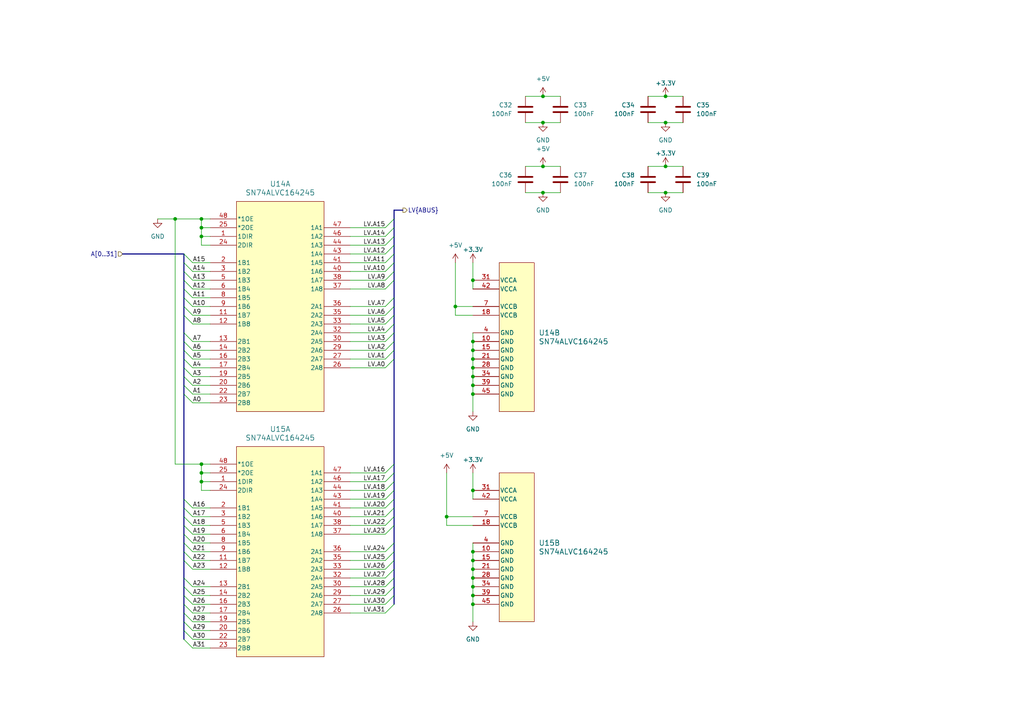
<source format=kicad_sch>
(kicad_sch (version 20230121) (generator eeschema)
  (paper "A4")
  (lib_symbols
    (symbol "68040:SN74ALVC164245" (pin_names (offset 0.254))
      (property "Reference" "U" (at 0 35.56 0))
      (property "Value" "SN74ALVC164245" (at 0 33.02 0))
      (symbol "SN74ALVC164245_1_1"
        (rectangle (start -12.7 30.48) (end 12.7 -30.48) (fill (type background)))
        (pin input line (at -20.32 20.32 0) (length 7.62) (name "1DIR") (number "1"))
        (pin bidirectional line (at -20.32 -2.54 0) (length 7.62) (name "1B7") (number "11"))
        (pin bidirectional line (at -20.32 -5.08 0) (length 7.62) (name "1B8") (number "12"))
        (pin bidirectional line (at -20.32 -10.16 0) (length 7.62) (name "2B1") (number "13"))
        (pin bidirectional line (at -20.32 -12.7 0) (length 7.62) (name "2B2") (number "14"))
        (pin bidirectional line (at -20.32 -15.24 0) (length 7.62) (name "2B3") (number "16"))
        (pin bidirectional line (at -20.32 -17.78 0) (length 7.62) (name "2B4") (number "17"))
        (pin bidirectional line (at -20.32 -20.32 0) (length 7.62) (name "2B5") (number "19"))
        (pin bidirectional line (at -20.32 12.7 0) (length 7.62) (name "1B1") (number "2"))
        (pin bidirectional line (at -20.32 -22.86 0) (length 7.62) (name "2B6") (number "20"))
        (pin bidirectional line (at -20.32 -25.4 0) (length 7.62) (name "2B7") (number "22"))
        (pin bidirectional line (at -20.32 -27.94 0) (length 7.62) (name "2B8") (number "23"))
        (pin input line (at -20.32 17.78 0) (length 7.62) (name "2DIR") (number "24"))
        (pin input line (at -20.32 22.86 0) (length 7.62) (name "*2OE") (number "25"))
        (pin bidirectional line (at 20.32 -17.78 180) (length 7.62) (name "2A8") (number "26"))
        (pin bidirectional line (at 20.32 -15.24 180) (length 7.62) (name "2A7") (number "27"))
        (pin bidirectional line (at 20.32 -12.7 180) (length 7.62) (name "2A6") (number "29"))
        (pin bidirectional line (at -20.32 10.16 0) (length 7.62) (name "1B2") (number "3"))
        (pin bidirectional line (at 20.32 -10.16 180) (length 7.62) (name "2A5") (number "30"))
        (pin bidirectional line (at 20.32 -7.62 180) (length 7.62) (name "2A4") (number "32"))
        (pin bidirectional line (at 20.32 -5.08 180) (length 7.62) (name "2A3") (number "33"))
        (pin bidirectional line (at 20.32 -2.54 180) (length 7.62) (name "2A2") (number "35"))
        (pin bidirectional line (at 20.32 0 180) (length 7.62) (name "2A1") (number "36"))
        (pin bidirectional line (at 20.32 5.08 180) (length 7.62) (name "1A8") (number "37"))
        (pin bidirectional line (at 20.32 7.62 180) (length 7.62) (name "1A7") (number "38"))
        (pin bidirectional line (at 20.32 10.16 180) (length 7.62) (name "1A6") (number "40"))
        (pin bidirectional line (at 20.32 12.7 180) (length 7.62) (name "1A5") (number "41"))
        (pin bidirectional line (at 20.32 15.24 180) (length 7.62) (name "1A4") (number "43"))
        (pin bidirectional line (at 20.32 17.78 180) (length 7.62) (name "1A3") (number "44"))
        (pin bidirectional line (at 20.32 20.32 180) (length 7.62) (name "1A2") (number "46"))
        (pin bidirectional line (at 20.32 22.86 180) (length 7.62) (name "1A1") (number "47"))
        (pin input line (at -20.32 25.4 0) (length 7.62) (name "*1OE") (number "48"))
        (pin bidirectional line (at -20.32 7.62 0) (length 7.62) (name "1B3") (number "5"))
        (pin bidirectional line (at -20.32 5.08 0) (length 7.62) (name "1B4") (number "6"))
        (pin bidirectional line (at -20.32 2.54 0) (length 7.62) (name "1B5") (number "8"))
        (pin bidirectional line (at -20.32 0 0) (length 7.62) (name "1B6") (number "9"))
      )
      (symbol "SN74ALVC164245_2_1"
        (rectangle (start 7.62 5.08) (end 17.78 -38.1) (fill (type background)))
        (pin power_in line (at 0 -17.78 0) (length 7.62) (name "GND") (number "10"))
        (pin power_in line (at 0 -20.32 0) (length 7.62) (name "GND") (number "15"))
        (pin power_in line (at 0 -10.16 0) (length 7.62) (name "VCCB") (number "18"))
        (pin power_in line (at 0 -22.86 0) (length 7.62) (name "GND") (number "21"))
        (pin power_in line (at 0 -25.4 0) (length 7.62) (name "GND") (number "28"))
        (pin power_in line (at 0 0 0) (length 7.62) (name "VCCA") (number "31"))
        (pin power_in line (at 0 -27.94 0) (length 7.62) (name "GND") (number "34"))
        (pin power_in line (at 0 -30.48 0) (length 7.62) (name "GND") (number "39"))
        (pin power_in line (at 0 -15.24 0) (length 7.62) (name "GND") (number "4"))
        (pin power_in line (at 0 -2.54 0) (length 7.62) (name "VCCA") (number "42"))
        (pin power_in line (at 0 -33.02 0) (length 7.62) (name "GND") (number "45"))
        (pin power_in line (at 0 -7.62 0) (length 7.62) (name "VCCB") (number "7"))
      )
    )
    (symbol "Device:C" (pin_numbers hide) (pin_names (offset 0.254))
      (property "Reference" "C" (at 0.635 2.54 0))
      (property "Value" "C" (at 0.635 -2.54 0))
      (symbol "C_0_1"
        (polyline (pts (xy -2.032 -0.762) (xy 2.032 -0.762)) (stroke (width 0.508)))
        (polyline (pts (xy -2.032 0.762) (xy 2.032 0.762)) (stroke (width 0.508)))
      )
      (symbol "C_1_1"
        (pin passive line (at 0 3.81 270) (length 2.794) (name "~") (number "1"))
        (pin passive line (at 0 -3.81 90) (length 2.794) (name "~") (number "2"))
      )
    )
    (symbol "power:+3.3V" (power) (pin_names (offset 0))
      (property "Value" "+3.3V" (at 0 3.556 0))
      (symbol "+3.3V_0_1"
        (polyline (pts (xy -0.762 1.27) (xy 0 2.54)))
        (polyline (pts (xy 0 0) (xy 0 2.54)))
        (polyline (pts (xy 0 2.54) (xy 0.762 1.27)))
      )
      (symbol "+3.3V_1_1"
        (pin power_in line (at 0 0 90) (length 0) hide (name "+3.3V") (number "1"))
      )
    )
    (symbol "power:+5V" (power) (pin_names (offset 0))
      (property "Value" "+5V" (at 0 3.556 0))
      (symbol "+5V_0_1"
        (polyline (pts (xy -0.762 1.27) (xy 0 2.54)))
        (polyline (pts (xy 0 0) (xy 0 2.54)))
        (polyline (pts (xy 0 2.54) (xy 0.762 1.27)))
      )
      (symbol "+5V_1_1"
        (pin power_in line (at 0 0 90) (length 0) hide (name "+5V") (number "1"))
      )
    )
    (symbol "power:GND" (power) (pin_names (offset 0))
      (property "Value" "GND" (at 0 -3.81 0))
      (symbol "GND_0_1"
        (polyline (pts (xy 0 0) (xy 0 -1.27) (xy 1.27 -1.27) (xy 0 -2.54) (xy -1.27 -1.27) (xy 0 -1.27)))
      )
      (symbol "GND_1_1"
        (pin power_in line (at 0 0 270) (length 0) hide (name "GND") (number "1"))
      )
    )
  )
  (junction (at 157.48 35.56))
  (junction (at 137.16 114.3))
  (junction (at 50.8 63.5))
  (junction (at 137.16 142.24))
  (junction (at 137.16 165.1))
  (junction (at 193.04 35.56))
  (junction (at 137.16 175.26))
  (junction (at 137.16 160.02))
  (junction (at 137.16 101.6))
  (junction (at 58.42 63.5))
  (junction (at 137.16 111.76))
  (junction (at 137.16 162.56))
  (junction (at 129.54 149.86))
  (junction (at 132.08 88.9))
  (junction (at 193.04 55.88))
  (junction (at 137.16 167.64))
  (junction (at 193.04 48.26))
  (junction (at 137.16 106.68))
  (junction (at 137.16 99.06))
  (junction (at 58.42 139.7))
  (junction (at 58.42 137.16))
  (junction (at 58.42 134.62))
  (junction (at 157.48 48.26))
  (junction (at 157.48 55.88))
  (junction (at 137.16 170.18))
  (junction (at 58.42 66.04))
  (junction (at 58.42 68.58))
  (junction (at 157.48 27.94))
  (junction (at 137.16 104.14))
  (junction (at 137.16 109.22))
  (junction (at 193.04 27.94))
  (junction (at 137.16 172.72))
  (junction (at 137.16 81.28))
  (bus_entry (at 111.76 137.16) (size 2.54 -2.54))
  (bus_entry (at 111.76 142.24) (size 2.54 -2.54))
  (bus_entry (at 111.76 160.02) (size 2.54 -2.54))
  (bus_entry (at 111.76 106.68) (size 2.54 -2.54))
  (bus_entry (at 111.76 175.26) (size 2.54 -2.54))
  (bus_entry (at 111.76 83.82) (size 2.54 -2.54))
  (bus_entry (at 53.34 99.06) (size 2.54 2.54))
  (bus_entry (at 53.34 81.28) (size 2.54 2.54))
  (bus_entry (at 111.76 149.86) (size 2.54 -2.54))
  (bus_entry (at 111.76 172.72) (size 2.54 -2.54))
  (bus_entry (at 53.34 185.42) (size 2.54 2.54))
  (bus_entry (at 111.76 101.6) (size 2.54 -2.54))
  (bus_entry (at 53.34 167.64) (size 2.54 2.54))
  (bus_entry (at 111.76 78.74) (size 2.54 -2.54))
  (bus_entry (at 111.76 81.28) (size 2.54 -2.54))
  (bus_entry (at 53.34 76.2) (size 2.54 2.54))
  (bus_entry (at 53.34 172.72) (size 2.54 2.54))
  (bus_entry (at 53.34 96.52) (size 2.54 2.54))
  (bus_entry (at 53.34 86.36) (size 2.54 2.54))
  (bus_entry (at 53.34 160.02) (size 2.54 2.54))
  (bus_entry (at 111.76 68.58) (size 2.54 -2.54))
  (bus_entry (at 111.76 88.9) (size 2.54 -2.54))
  (bus_entry (at 111.76 165.1) (size 2.54 -2.54))
  (bus_entry (at 53.34 170.18) (size 2.54 2.54))
  (bus_entry (at 53.34 154.94) (size 2.54 2.54))
  (bus_entry (at 111.76 144.78) (size 2.54 -2.54))
  (bus_entry (at 111.76 147.32) (size 2.54 -2.54))
  (bus_entry (at 53.34 91.44) (size 2.54 2.54))
  (bus_entry (at 111.76 177.8) (size 2.54 -2.54))
  (bus_entry (at 111.76 104.14) (size 2.54 -2.54))
  (bus_entry (at 53.34 182.88) (size 2.54 2.54))
  (bus_entry (at 53.34 78.74) (size 2.54 2.54))
  (bus_entry (at 111.76 76.2) (size 2.54 -2.54))
  (bus_entry (at 111.76 66.04) (size 2.54 -2.54))
  (bus_entry (at 53.34 83.82) (size 2.54 2.54))
  (bus_entry (at 53.34 144.78) (size 2.54 2.54))
  (bus_entry (at 111.76 167.64) (size 2.54 -2.54))
  (bus_entry (at 53.34 175.26) (size 2.54 2.54))
  (bus_entry (at 53.34 147.32) (size 2.54 2.54))
  (bus_entry (at 53.34 106.68) (size 2.54 2.54))
  (bus_entry (at 111.76 170.18) (size 2.54 -2.54))
  (bus_entry (at 111.76 139.7) (size 2.54 -2.54))
  (bus_entry (at 53.34 109.22) (size 2.54 2.54))
  (bus_entry (at 111.76 154.94) (size 2.54 -2.54))
  (bus_entry (at 53.34 104.14) (size 2.54 2.54))
  (bus_entry (at 53.34 149.86) (size 2.54 2.54))
  (bus_entry (at 53.34 114.3) (size 2.54 2.54))
  (bus_entry (at 53.34 157.48) (size 2.54 2.54))
  (bus_entry (at 111.76 99.06) (size 2.54 -2.54))
  (bus_entry (at 53.34 73.66) (size 2.54 2.54))
  (bus_entry (at 53.34 162.56) (size 2.54 2.54))
  (bus_entry (at 53.34 152.4) (size 2.54 2.54))
  (bus_entry (at 111.76 152.4) (size 2.54 -2.54))
  (bus_entry (at 53.34 88.9) (size 2.54 2.54))
  (bus_entry (at 111.76 96.52) (size 2.54 -2.54))
  (bus_entry (at 111.76 93.98) (size 2.54 -2.54))
  (bus_entry (at 111.76 73.66) (size 2.54 -2.54))
  (bus_entry (at 111.76 162.56) (size 2.54 -2.54))
  (bus_entry (at 53.34 180.34) (size 2.54 2.54))
  (bus_entry (at 53.34 101.6) (size 2.54 2.54))
  (bus_entry (at 111.76 91.44) (size 2.54 -2.54))
  (bus_entry (at 53.34 111.76) (size 2.54 2.54))
  (bus_entry (at 111.76 71.12) (size 2.54 -2.54))
  (bus_entry (at 53.34 177.8) (size 2.54 2.54))
  (wire (pts (xy 101.6 152.4) (xy 111.76 152.4)))
  (wire (pts (xy 152.4 35.56) (xy 157.48 35.56)))
  (bus (pts (xy 53.34 170.18) (xy 53.34 172.72)))
  (wire (pts (xy 101.6 81.28) (xy 111.76 81.28)))
  (bus (pts (xy 114.3 152.4) (xy 114.3 157.48)))
  (bus (pts (xy 53.34 78.74) (xy 53.34 81.28)))
  (bus (pts (xy 53.34 160.02) (xy 53.34 162.56)))
  (wire (pts (xy 58.42 68.58) (xy 60.96 68.58)))
  (bus (pts (xy 114.3 99.06) (xy 114.3 101.6)))
  (wire (pts (xy 101.6 137.16) (xy 111.76 137.16)))
  (wire (pts (xy 101.6 104.14) (xy 111.76 104.14)))
  (wire (pts (xy 55.88 154.94) (xy 60.96 154.94)))
  (bus (pts (xy 53.34 101.6) (xy 53.34 104.14)))
  (wire (pts (xy 101.6 93.98) (xy 111.76 93.98)))
  (wire (pts (xy 137.16 157.48) (xy 137.16 160.02)))
  (wire (pts (xy 55.88 182.88) (xy 60.96 182.88)))
  (bus (pts (xy 53.34 73.66) (xy 35.56 73.66)))
  (bus (pts (xy 53.34 152.4) (xy 53.34 154.94)))
  (wire (pts (xy 101.6 68.58) (xy 111.76 68.58)))
  (wire (pts (xy 101.6 91.44) (xy 111.76 91.44)))
  (wire (pts (xy 55.88 81.28) (xy 60.96 81.28)))
  (wire (pts (xy 137.16 109.22) (xy 137.16 111.76)))
  (wire (pts (xy 60.96 137.16) (xy 58.42 137.16)))
  (wire (pts (xy 137.16 170.18) (xy 137.16 172.72)))
  (wire (pts (xy 157.48 27.94) (xy 162.56 27.94)))
  (bus (pts (xy 53.34 157.48) (xy 53.34 160.02)))
  (bus (pts (xy 114.3 137.16) (xy 114.3 139.7)))
  (wire (pts (xy 55.88 78.74) (xy 60.96 78.74)))
  (wire (pts (xy 58.42 134.62) (xy 50.8 134.62)))
  (wire (pts (xy 187.96 35.56) (xy 193.04 35.56)))
  (wire (pts (xy 193.04 27.94) (xy 198.12 27.94)))
  (bus (pts (xy 53.34 149.86) (xy 53.34 152.4)))
  (bus (pts (xy 114.3 170.18) (xy 114.3 172.72)))
  (wire (pts (xy 60.96 134.62) (xy 58.42 134.62)))
  (bus (pts (xy 114.3 165.1) (xy 114.3 167.64)))
  (bus (pts (xy 114.3 162.56) (xy 114.3 165.1)))
  (wire (pts (xy 55.88 101.6) (xy 60.96 101.6)))
  (wire (pts (xy 45.72 63.5) (xy 50.8 63.5)))
  (bus (pts (xy 53.34 83.82) (xy 53.34 86.36)))
  (wire (pts (xy 157.48 55.88) (xy 162.56 55.88)))
  (wire (pts (xy 60.96 139.7) (xy 58.42 139.7)))
  (wire (pts (xy 129.54 137.16) (xy 129.54 149.86)))
  (bus (pts (xy 53.34 172.72) (xy 53.34 175.26)))
  (bus (pts (xy 114.3 172.72) (xy 114.3 175.26)))
  (bus (pts (xy 114.3 91.44) (xy 114.3 93.98)))
  (bus (pts (xy 114.3 144.78) (xy 114.3 147.32)))
  (wire (pts (xy 101.6 167.64) (xy 111.76 167.64)))
  (bus (pts (xy 53.34 91.44) (xy 53.34 96.52)))
  (wire (pts (xy 101.6 96.52) (xy 111.76 96.52)))
  (wire (pts (xy 55.88 114.3) (xy 60.96 114.3)))
  (bus (pts (xy 114.3 88.9) (xy 114.3 91.44)))
  (bus (pts (xy 53.34 96.52) (xy 53.34 99.06)))
  (wire (pts (xy 137.16 165.1) (xy 137.16 167.64)))
  (bus (pts (xy 53.34 182.88) (xy 53.34 185.42)))
  (wire (pts (xy 50.8 134.62) (xy 50.8 63.5)))
  (wire (pts (xy 55.88 187.96) (xy 60.96 187.96)))
  (wire (pts (xy 157.48 48.26) (xy 162.56 48.26)))
  (wire (pts (xy 55.88 91.44) (xy 60.96 91.44)))
  (bus (pts (xy 53.34 111.76) (xy 53.34 114.3)))
  (wire (pts (xy 55.88 175.26) (xy 60.96 175.26)))
  (wire (pts (xy 101.6 73.66) (xy 111.76 73.66)))
  (wire (pts (xy 101.6 154.94) (xy 111.76 154.94)))
  (wire (pts (xy 101.6 66.04) (xy 111.76 66.04)))
  (wire (pts (xy 101.6 139.7) (xy 111.76 139.7)))
  (wire (pts (xy 137.16 175.26) (xy 137.16 180.34)))
  (bus (pts (xy 114.3 134.62) (xy 114.3 137.16)))
  (wire (pts (xy 55.88 104.14) (xy 60.96 104.14)))
  (wire (pts (xy 55.88 152.4) (xy 60.96 152.4)))
  (wire (pts (xy 101.6 71.12) (xy 111.76 71.12)))
  (wire (pts (xy 193.04 55.88) (xy 198.12 55.88)))
  (bus (pts (xy 114.3 73.66) (xy 114.3 76.2)))
  (wire (pts (xy 50.8 63.5) (xy 58.42 63.5)))
  (wire (pts (xy 55.88 180.34) (xy 60.96 180.34)))
  (bus (pts (xy 114.3 63.5) (xy 114.3 66.04)))
  (bus (pts (xy 53.34 114.3) (xy 53.34 144.78)))
  (bus (pts (xy 53.34 144.78) (xy 53.34 147.32)))
  (wire (pts (xy 55.88 88.9) (xy 60.96 88.9)))
  (wire (pts (xy 132.08 88.9) (xy 132.08 91.44)))
  (wire (pts (xy 55.88 109.22) (xy 60.96 109.22)))
  (wire (pts (xy 137.16 142.24) (xy 137.16 144.78)))
  (bus (pts (xy 114.3 68.58) (xy 114.3 71.12)))
  (wire (pts (xy 129.54 149.86) (xy 129.54 152.4)))
  (wire (pts (xy 55.88 83.82) (xy 60.96 83.82)))
  (wire (pts (xy 58.42 63.5) (xy 60.96 63.5)))
  (wire (pts (xy 101.6 147.32) (xy 111.76 147.32)))
  (wire (pts (xy 187.96 55.88) (xy 193.04 55.88)))
  (wire (pts (xy 55.88 147.32) (xy 60.96 147.32)))
  (wire (pts (xy 137.16 111.76) (xy 137.16 114.3)))
  (wire (pts (xy 137.16 101.6) (xy 137.16 104.14)))
  (wire (pts (xy 132.08 76.2) (xy 132.08 88.9)))
  (wire (pts (xy 137.16 114.3) (xy 137.16 119.38)))
  (bus (pts (xy 53.34 109.22) (xy 53.34 111.76)))
  (wire (pts (xy 58.42 137.16) (xy 58.42 139.7)))
  (bus (pts (xy 53.34 86.36) (xy 53.34 88.9)))
  (wire (pts (xy 60.96 71.12) (xy 58.42 71.12)))
  (wire (pts (xy 60.96 142.24) (xy 58.42 142.24)))
  (wire (pts (xy 58.42 63.5) (xy 58.42 66.04)))
  (bus (pts (xy 116.84 60.96) (xy 114.3 60.96)))
  (wire (pts (xy 55.88 162.56) (xy 60.96 162.56)))
  (wire (pts (xy 101.6 99.06) (xy 111.76 99.06)))
  (bus (pts (xy 53.34 76.2) (xy 53.34 78.74)))
  (bus (pts (xy 53.34 106.68) (xy 53.34 109.22)))
  (wire (pts (xy 101.6 88.9) (xy 111.76 88.9)))
  (wire (pts (xy 55.88 177.8) (xy 60.96 177.8)))
  (wire (pts (xy 137.16 104.14) (xy 137.16 106.68)))
  (wire (pts (xy 193.04 35.56) (xy 198.12 35.56)))
  (wire (pts (xy 58.42 71.12) (xy 58.42 68.58)))
  (wire (pts (xy 137.16 172.72) (xy 137.16 175.26)))
  (wire (pts (xy 55.88 86.36) (xy 60.96 86.36)))
  (wire (pts (xy 137.16 160.02) (xy 137.16 162.56)))
  (wire (pts (xy 58.42 142.24) (xy 58.42 139.7)))
  (wire (pts (xy 58.42 66.04) (xy 58.42 68.58)))
  (wire (pts (xy 55.88 149.86) (xy 60.96 149.86)))
  (wire (pts (xy 58.42 137.16) (xy 58.42 134.62)))
  (bus (pts (xy 53.34 104.14) (xy 53.34 106.68)))
  (wire (pts (xy 137.16 106.68) (xy 137.16 109.22)))
  (bus (pts (xy 114.3 93.98) (xy 114.3 96.52)))
  (bus (pts (xy 114.3 96.52) (xy 114.3 99.06)))
  (wire (pts (xy 152.4 27.94) (xy 157.48 27.94)))
  (wire (pts (xy 55.88 170.18) (xy 60.96 170.18)))
  (bus (pts (xy 114.3 139.7) (xy 114.3 142.24)))
  (wire (pts (xy 55.88 76.2) (xy 60.96 76.2)))
  (wire (pts (xy 157.48 35.56) (xy 162.56 35.56)))
  (bus (pts (xy 114.3 160.02) (xy 114.3 162.56)))
  (bus (pts (xy 53.34 180.34) (xy 53.34 182.88)))
  (bus (pts (xy 114.3 81.28) (xy 114.3 86.36)))
  (bus (pts (xy 53.34 175.26) (xy 53.34 177.8)))
  (wire (pts (xy 137.16 99.06) (xy 137.16 101.6)))
  (bus (pts (xy 53.34 147.32) (xy 53.34 149.86)))
  (wire (pts (xy 55.88 160.02) (xy 60.96 160.02)))
  (bus (pts (xy 53.34 99.06) (xy 53.34 101.6)))
  (wire (pts (xy 101.6 172.72) (xy 111.76 172.72)))
  (wire (pts (xy 187.96 48.26) (xy 193.04 48.26)))
  (bus (pts (xy 114.3 167.64) (xy 114.3 170.18)))
  (bus (pts (xy 114.3 76.2) (xy 114.3 78.74)))
  (wire (pts (xy 137.16 76.2) (xy 137.16 81.28)))
  (wire (pts (xy 101.6 162.56) (xy 111.76 162.56)))
  (wire (pts (xy 137.16 81.28) (xy 137.16 83.82)))
  (bus (pts (xy 53.34 154.94) (xy 53.34 157.48)))
  (wire (pts (xy 137.16 96.52) (xy 137.16 99.06)))
  (wire (pts (xy 101.6 78.74) (xy 111.76 78.74)))
  (bus (pts (xy 53.34 177.8) (xy 53.34 180.34)))
  (wire (pts (xy 101.6 177.8) (xy 111.76 177.8)))
  (bus (pts (xy 114.3 157.48) (xy 114.3 160.02)))
  (bus (pts (xy 53.34 167.64) (xy 53.34 170.18)))
  (bus (pts (xy 114.3 78.74) (xy 114.3 81.28)))
  (wire (pts (xy 152.4 48.26) (xy 157.48 48.26)))
  (wire (pts (xy 101.6 160.02) (xy 111.76 160.02)))
  (bus (pts (xy 114.3 66.04) (xy 114.3 68.58)))
  (wire (pts (xy 129.54 149.86) (xy 137.16 149.86)))
  (wire (pts (xy 101.6 170.18) (xy 111.76 170.18)))
  (wire (pts (xy 55.88 106.68) (xy 60.96 106.68)))
  (bus (pts (xy 114.3 60.96) (xy 114.3 63.5)))
  (wire (pts (xy 132.08 91.44) (xy 137.16 91.44)))
  (wire (pts (xy 55.88 116.84) (xy 60.96 116.84)))
  (wire (pts (xy 137.16 162.56) (xy 137.16 165.1)))
  (wire (pts (xy 132.08 88.9) (xy 137.16 88.9)))
  (wire (pts (xy 101.6 142.24) (xy 111.76 142.24)))
  (wire (pts (xy 55.88 157.48) (xy 60.96 157.48)))
  (bus (pts (xy 114.3 101.6) (xy 114.3 104.14)))
  (wire (pts (xy 187.96 27.94) (xy 193.04 27.94)))
  (bus (pts (xy 53.34 88.9) (xy 53.34 91.44)))
  (wire (pts (xy 101.6 76.2) (xy 111.76 76.2)))
  (wire (pts (xy 101.6 175.26) (xy 111.76 175.26)))
  (wire (pts (xy 101.6 101.6) (xy 111.76 101.6)))
  (wire (pts (xy 55.88 93.98) (xy 60.96 93.98)))
  (bus (pts (xy 114.3 86.36) (xy 114.3 88.9)))
  (wire (pts (xy 101.6 149.86) (xy 111.76 149.86)))
  (bus (pts (xy 114.3 142.24) (xy 114.3 144.78)))
  (wire (pts (xy 137.16 137.16) (xy 137.16 142.24)))
  (wire (pts (xy 55.88 172.72) (xy 60.96 172.72)))
  (wire (pts (xy 129.54 152.4) (xy 137.16 152.4)))
  (bus (pts (xy 53.34 81.28) (xy 53.34 83.82)))
  (wire (pts (xy 152.4 55.88) (xy 157.48 55.88)))
  (bus (pts (xy 53.34 162.56) (xy 53.34 167.64)))
  (wire (pts (xy 101.6 165.1) (xy 111.76 165.1)))
  (wire (pts (xy 55.88 99.06) (xy 60.96 99.06)))
  (wire (pts (xy 137.16 167.64) (xy 137.16 170.18)))
  (wire (pts (xy 55.88 185.42) (xy 60.96 185.42)))
  (wire (pts (xy 193.04 48.26) (xy 198.12 48.26)))
  (wire (pts (xy 55.88 165.1) (xy 60.96 165.1)))
  (bus (pts (xy 114.3 149.86) (xy 114.3 152.4)))
  (bus (pts (xy 114.3 147.32) (xy 114.3 149.86)))
  (wire (pts (xy 101.6 106.68) (xy 111.76 106.68)))
  (wire (pts (xy 55.88 111.76) (xy 60.96 111.76)))
  (bus (pts (xy 53.34 73.66) (xy 53.34 76.2)))
  (bus (pts (xy 114.3 104.14) (xy 114.3 134.62)))
  (wire (pts (xy 101.6 83.82) (xy 111.76 83.82)))
  (bus (pts (xy 114.3 71.12) (xy 114.3 73.66)))
  (wire (pts (xy 60.96 66.04) (xy 58.42 66.04)))
  (wire (pts (xy 101.6 144.78) (xy 111.76 144.78)))
  (label "A15" (at 55.88 76.2 0))
  (label "LV.A7" (at 111.76 88.9 180))
  (label "LV.A13" (at 111.76 71.12 180))
  (label "LV.A1" (at 111.76 104.14 180))
  (label "LV.A21" (at 111.76 149.86 180))
  (label "LV.A24" (at 111.76 160.02 180))
  (label "LV.A3" (at 111.76 99.06 180))
  (label "A21" (at 55.88 160.02 0))
  (label "LV.A11" (at 111.76 76.2 180))
  (label "LV.A12" (at 111.76 73.66 180))
  (label "A26" (at 55.88 175.26 0))
  (label "LV.A20" (at 111.76 147.32 180))
  (label "A20" (at 55.88 157.48 0))
  (label "A24" (at 55.88 170.18 0))
  (label "A27" (at 55.88 177.8 0))
  (label "A30" (at 55.88 185.42 0))
  (label "A25" (at 55.88 172.72 0))
  (label "A19" (at 55.88 154.94 0))
  (label "A17" (at 55.88 149.86 0))
  (label "LV.A0" (at 111.76 106.68 180))
  (label "A11" (at 55.88 86.36 0))
  (label "LV.A19" (at 111.76 144.78 180))
  (label "LV.A30" (at 111.76 175.26 180))
  (label "A0" (at 55.88 116.84 0))
  (label "A29" (at 55.88 182.88 0))
  (label "A2" (at 55.88 111.76 0))
  (label "A7" (at 55.88 99.06 0))
  (label "LV.A18" (at 111.76 142.24 180))
  (label "A12" (at 55.88 83.82 0))
  (label "A23" (at 55.88 165.1 0))
  (label "A10" (at 55.88 88.9 0))
  (label "LV.A4" (at 111.76 96.52 180))
  (label "A3" (at 55.88 109.22 0))
  (label "LV.A8" (at 111.76 83.82 180))
  (label "LV.A31" (at 111.76 177.8 180))
  (label "A6" (at 55.88 101.6 0))
  (label "LV.A16" (at 111.76 137.16 180))
  (label "LV.A22" (at 111.76 152.4 180))
  (label "LV.A5" (at 111.76 93.98 180))
  (label "A13" (at 55.88 81.28 0))
  (label "A4" (at 55.88 106.68 0))
  (label "A8" (at 55.88 93.98 0))
  (label "LV.A6" (at 111.76 91.44 180))
  (label "A1" (at 55.88 114.3 0))
  (label "LV.A10" (at 111.76 78.74 180))
  (label "LV.A28" (at 111.76 170.18 180))
  (label "A14" (at 55.88 78.74 0))
  (label "LV.A25" (at 111.76 162.56 180))
  (label "LV.A29" (at 111.76 172.72 180))
  (label "LV.A9" (at 111.76 81.28 180))
  (label "A22" (at 55.88 162.56 0))
  (label "LV.A14" (at 111.76 68.58 180))
  (label "A28" (at 55.88 180.34 0))
  (label "A5" (at 55.88 104.14 0))
  (label "LV.A2" (at 111.76 101.6 180))
  (label "LV.A23" (at 111.76 154.94 180))
  (label "A18" (at 55.88 152.4 0))
  (label "LV.A26" (at 111.76 165.1 180))
  (label "LV.A27" (at 111.76 167.64 180))
  (label "A31" (at 55.88 187.96 0))
  (label "LV.A15" (at 111.76 66.04 180))
  (label "A9" (at 55.88 91.44 0))
  (label "LV.A17" (at 111.76 139.7 180))
  (label "A16" (at 55.88 147.32 0))
  (hierarchical_label "LV{ABUS}" (shape output) (at 116.84 60.96 0))
  (hierarchical_label "A[0..31]" (shape input) (at 35.56 73.66 180))
  (symbol (lib_id "Device:C") (at 198.12 52.07 0) (unit 1)
    (property "Reference" "C39" (at 201.93 50.8 0) (effects (justify left)))
    (property "Value" "100nF" (at 201.93 53.34 0) (effects (justify left)))
    (property "Footprint" "Capacitor_SMD:C_0603_1608Metric" (effects hide))
  )
  (symbol (lib_id "Device:C") (at 187.96 52.07 0) (mirror y) (unit 1)
    (property "Reference" "C38" (at 184.15 50.8 0) (effects (justify left)))
    (property "Value" "100nF" (at 184.15 53.34 0) (effects (justify left)))
    (property "Footprint" "Capacitor_SMD:C_0603_1608Metric" (effects hide))
  )
  (symbol (lib_id "power:+5V") (at 129.54 137.16 0) (unit 1)
    (property "Reference" "#PWR076" (effects hide))
    (property "Value" "+5V" (at 129.54 132.08 0))
  )
  (symbol (lib_id "Device:C") (at 187.96 31.75 0) (mirror y) (unit 1)
    (property "Reference" "C34" (at 184.15 30.48 0) (effects (justify left)))
    (property "Value" "100nF" (at 184.15 33.02 0) (effects (justify left)))
    (property "Footprint" "Capacitor_SMD:C_0603_1608Metric" (effects hide))
  )
  (symbol (lib_id "power:GND") (at 193.04 55.88 0) (unit 1)
    (property "Reference" "#PWR072" (effects hide))
    (property "Value" "GND" (at 193.04 60.96 0))
  )
  (symbol (lib_id "Device:C") (at 152.4 52.07 0) (mirror y) (unit 1)
    (property "Reference" "C36" (at 148.59 50.8 0) (effects (justify left)))
    (property "Value" "100nF" (at 148.59 53.34 0) (effects (justify left)))
    (property "Footprint" "Capacitor_SMD:C_0603_1608Metric" (effects hide))
  )
  (symbol (lib_id "Device:C") (at 162.56 31.75 0) (unit 1)
    (property "Reference" "C33" (at 166.37 30.48 0) (effects (justify left)))
    (property "Value" "100nF" (at 166.37 33.02 0) (effects (justify left)))
    (property "Footprint" "Capacitor_SMD:C_0603_1608Metric" (effects hide))
  )
  (symbol (lib_id "power:+5V") (at 157.48 27.94 0) (unit 1)
    (property "Reference" "#PWR064" (effects hide))
    (property "Value" "+5V" (at 157.48 22.86 0))
  )
  (symbol (lib_id "power:+3.3V") (at 193.04 27.94 0) (unit 1)
    (property "Reference" "#PWR065" (effects hide))
    (property "Value" "+3.3V" (at 193.04 24.13 0))
  )
  (symbol (lib_id "power:+3.3V") (at 193.04 48.26 0) (unit 1)
    (property "Reference" "#PWR069" (effects hide))
    (property "Value" "+3.3V" (at 193.04 44.45 0))
  )
  (symbol (lib_id "68040:SN74ALVC164245") (at 137.16 81.28 0) (unit 2)
    (property "Reference" "U14" (at 156.21 96.52 0) (effects (font (size 1.524 1.524)) (justify left)))
    (property "Value" "SN74ALVC164245" (at 156.21 99.06 0) (effects (font (size 1.524 1.524)) (justify left)))
    (property "Footprint" "Package_SO:TSSOP-48_6.1x12.5mm_P0.5mm" (effects hide))
    (property "Datasheet" "SN74ALVC164245DLR" (effects hide))
  )
  (symbol (lib_id "power:GND") (at 45.72 63.5 0) (unit 1)
    (property "Reference" "#PWR070" (effects hide))
    (property "Value" "GND" (at 45.72 68.58 0))
  )
  (symbol (lib_id "power:GND") (at 193.04 35.56 0) (unit 1)
    (property "Reference" "#PWR067" (effects hide))
    (property "Value" "GND" (at 193.04 40.64 0))
  )
  (symbol (lib_id "power:GND") (at 157.48 55.88 0) (unit 1)
    (property "Reference" "#PWR071" (effects hide))
    (property "Value" "GND" (at 157.48 60.96 0))
  )
  (symbol (lib_id "power:GND") (at 137.16 119.38 0) (unit 1)
    (property "Reference" "#PWR075" (effects hide))
    (property "Value" "GND" (at 137.16 124.46 0))
  )
  (symbol (lib_id "power:+3.3V") (at 137.16 137.16 0) (unit 1)
    (property "Reference" "#PWR077" (effects hide))
    (property "Value" "+3.3V" (at 137.16 133.35 0))
  )
  (symbol (lib_id "68040:SN74ALVC164245") (at 81.28 88.9 0) (unit 1)
    (property "Reference" "U14" (at 81.28 53.34 0) (effects (font (size 1.524 1.524))))
    (property "Value" "SN74ALVC164245" (at 81.28 55.88 0) (effects (font (size 1.524 1.524))))
    (property "Footprint" "Package_SO:TSSOP-48_6.1x12.5mm_P0.5mm" (effects hide))
    (property "Datasheet" "SN74ALVC164245DLR" (effects hide))
  )
  (symbol (lib_id "68040:SN74ALVC164245") (at 137.16 142.24 0) (unit 2)
    (property "Reference" "U15" (at 156.21 157.48 0) (effects (font (size 1.524 1.524)) (justify left)))
    (property "Value" "SN74ALVC164245" (at 156.21 160.02 0) (effects (font (size 1.524 1.524)) (justify left)))
    (property "Footprint" "Package_SO:TSSOP-48_6.1x12.5mm_P0.5mm" (effects hide))
    (property "Datasheet" "SN74ALVC164245DLR" (effects hide))
  )
  (symbol (lib_id "Device:C") (at 198.12 31.75 0) (unit 1)
    (property "Reference" "C35" (at 201.93 30.48 0) (effects (justify left)))
    (property "Value" "100nF" (at 201.93 33.02 0) (effects (justify left)))
    (property "Footprint" "Capacitor_SMD:C_0603_1608Metric" (effects hide))
  )
  (symbol (lib_id "power:+5V") (at 132.08 76.2 0) (unit 1)
    (property "Reference" "#PWR073" (effects hide))
    (property "Value" "+5V" (at 132.08 71.12 0))
  )
  (symbol (lib_id "power:+3.3V") (at 137.16 76.2 0) (unit 1)
    (property "Reference" "#PWR074" (effects hide))
    (property "Value" "+3.3V" (at 137.16 72.39 0))
  )
  (symbol (lib_id "Device:C") (at 162.56 52.07 0) (unit 1)
    (property "Reference" "C37" (at 166.37 50.8 0) (effects (justify left)))
    (property "Value" "100nF" (at 166.37 53.34 0) (effects (justify left)))
    (property "Footprint" "Capacitor_SMD:C_0603_1608Metric" (effects hide))
  )
  (symbol (lib_id "power:GND") (at 157.48 35.56 0) (unit 1)
    (property "Reference" "#PWR066" (effects hide))
    (property "Value" "GND" (at 157.48 40.64 0))
  )
  (symbol (lib_id "power:GND") (at 137.16 180.34 0) (unit 1)
    (property "Reference" "#PWR078" (effects hide))
    (property "Value" "GND" (at 137.16 185.42 0))
  )
  (symbol (lib_id "68040:SN74ALVC164245") (at 81.28 160.02 0) (unit 1)
    (property "Reference" "U15" (at 81.28 124.46 0) (effects (font (size 1.524 1.524))))
    (property "Value" "SN74ALVC164245" (at 81.28 127 0) (effects (font (size 1.524 1.524))))
    (property "Footprint" "Package_SO:TSSOP-48_6.1x12.5mm_P0.5mm" (effects hide))
    (property "Datasheet" "SN74ALVC164245DLR" (effects hide))
  )
  (symbol (lib_id "power:+5V") (at 157.48 48.26 0) (unit 1)
    (property "Reference" "#PWR068" (effects hide))
    (property "Value" "+5V" (at 157.48 43.18 0))
  )
  (symbol (lib_id "Device:C") (at 152.4 31.75 0) (mirror y) (unit 1)
    (property "Reference" "C32" (at 148.59 30.48 0) (effects (justify left)))
    (property "Value" "100nF" (at 148.59 33.02 0) (effects (justify left)))
    (property "Footprint" "Capacitor_SMD:C_0603_1608Metric" (effects hide))
  )
)
</source>
